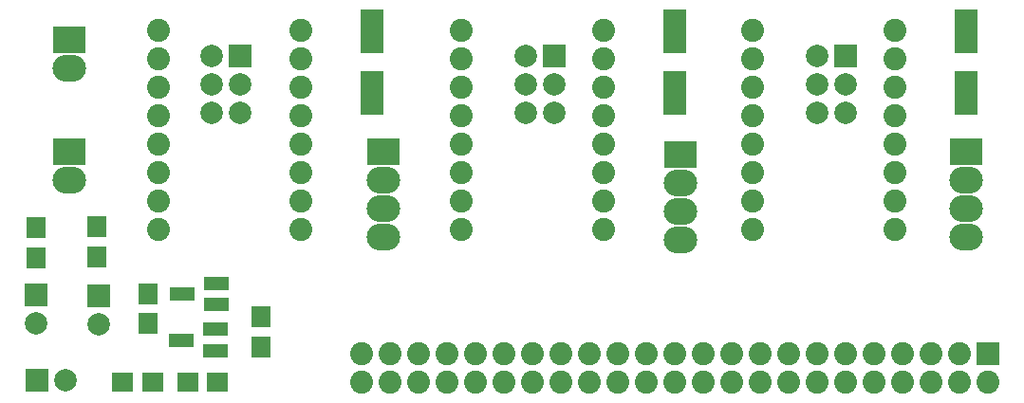
<source format=gts>
G04 #@! TF.FileFunction,Soldermask,Top*
%FSLAX46Y46*%
G04 Gerber Fmt 4.6, Leading zero omitted, Abs format (unit mm)*
G04 Created by KiCad (PCBNEW 4.0.2-stable) date 6/28/2016 8:29:36 AM*
%MOMM*%
G01*
G04 APERTURE LIST*
%ADD10C,0.100000*%
%ADD11R,2.000200X3.999180*%
%ADD12R,3.000000X2.400000*%
%ADD13O,3.000000X2.400000*%
%ADD14R,2.000000X2.000000*%
%ADD15C,2.000000*%
%ADD16R,2.200860X1.200100*%
%ADD17R,1.900000X1.700000*%
%ADD18R,1.700000X1.900000*%
%ADD19R,2.051000X2.051000*%
%ADD20C,2.051000*%
G04 APERTURE END LIST*
D10*
D11*
X113000000Y-99249180D03*
X113000000Y-104750820D03*
X140000000Y-99249180D03*
X140000000Y-104750820D03*
X166000000Y-99249180D03*
X166000000Y-104750820D03*
D12*
X166000000Y-110000000D03*
D13*
X166000000Y-112540000D03*
X166000000Y-115080000D03*
X166000000Y-117620000D03*
D12*
X140500000Y-110200000D03*
D13*
X140500000Y-112740000D03*
X140500000Y-115280000D03*
X140500000Y-117820000D03*
D12*
X114000000Y-110000000D03*
D13*
X114000000Y-112540000D03*
X114000000Y-115080000D03*
X114000000Y-117620000D03*
D12*
X86000000Y-100000000D03*
D13*
X86000000Y-102540000D03*
D14*
X155270000Y-101460000D03*
D15*
X152730000Y-101460000D03*
X155270000Y-104000000D03*
X152730000Y-104000000D03*
X155270000Y-106540000D03*
X152730000Y-106540000D03*
D14*
X129270000Y-101460000D03*
D15*
X126730000Y-101460000D03*
X129270000Y-104000000D03*
X126730000Y-104000000D03*
X129270000Y-106540000D03*
X126730000Y-106540000D03*
D14*
X101270000Y-101460000D03*
D15*
X98730000Y-101460000D03*
X101270000Y-104000000D03*
X98730000Y-104000000D03*
X101270000Y-106540000D03*
X98730000Y-106540000D03*
D14*
X88600000Y-122830000D03*
D15*
X88600000Y-125370000D03*
D14*
X83000000Y-122730000D03*
D15*
X83000000Y-125270000D03*
D16*
X99001140Y-127750000D03*
X99001140Y-125850000D03*
X95998860Y-126800000D03*
X99101140Y-123650000D03*
X99101140Y-121750000D03*
X96098860Y-122700000D03*
D17*
X99250000Y-130600000D03*
X96550000Y-130600000D03*
D18*
X88500000Y-116650000D03*
X88500000Y-119350000D03*
X93000000Y-122650000D03*
X93000000Y-125350000D03*
X103100000Y-127450000D03*
X103100000Y-124750000D03*
D17*
X93450000Y-130600000D03*
X90750000Y-130600000D03*
D18*
X83000000Y-116750000D03*
X83000000Y-119450000D03*
D12*
X86000000Y-110000000D03*
D13*
X86000000Y-112540000D03*
D19*
X168000000Y-128000000D03*
D20*
X168000000Y-130540000D03*
X165460000Y-128000000D03*
X165460000Y-130540000D03*
X162920000Y-128000000D03*
X162920000Y-130540000D03*
X160380000Y-128000000D03*
X160380000Y-130540000D03*
X157840000Y-128000000D03*
X157840000Y-130540000D03*
X155300000Y-128000000D03*
X155300000Y-130540000D03*
X152760000Y-128000000D03*
X152760000Y-130540000D03*
X150220000Y-128000000D03*
X150220000Y-130540000D03*
X147680000Y-128000000D03*
X147680000Y-130540000D03*
X145140000Y-128000000D03*
X145140000Y-130540000D03*
X142600000Y-128000000D03*
X142600000Y-130540000D03*
X140060000Y-128000000D03*
X140060000Y-130540000D03*
X137520000Y-128000000D03*
X137520000Y-130540000D03*
X134980000Y-128000000D03*
X134980000Y-130540000D03*
X132440000Y-128000000D03*
X132440000Y-130540000D03*
X129900000Y-128000000D03*
X129900000Y-130540000D03*
X127360000Y-128000000D03*
X127360000Y-130540000D03*
X124820000Y-128000000D03*
X124820000Y-130540000D03*
X122280000Y-128000000D03*
X122280000Y-130540000D03*
X119740000Y-128000000D03*
X119740000Y-130540000D03*
X117200000Y-128000000D03*
X117200000Y-130540000D03*
X114660000Y-128000000D03*
X114660000Y-130540000D03*
X112120000Y-128000000D03*
X112120000Y-130540000D03*
X147000000Y-99110000D03*
X147000000Y-101650000D03*
X147000000Y-104190000D03*
X147000000Y-106730000D03*
X147000000Y-109270000D03*
X147000000Y-111810000D03*
X147000000Y-114350000D03*
X147000000Y-116890000D03*
X159700000Y-116890000D03*
X159700000Y-114350000D03*
X159700000Y-111810000D03*
X159700000Y-109270000D03*
X159700000Y-106730000D03*
X159700000Y-104190000D03*
X159700000Y-101650000D03*
X159700000Y-99110000D03*
X121000000Y-99110000D03*
X121000000Y-101650000D03*
X121000000Y-104190000D03*
X121000000Y-106730000D03*
X121000000Y-109270000D03*
X121000000Y-111810000D03*
X121000000Y-114350000D03*
X121000000Y-116890000D03*
X133700000Y-116890000D03*
X133700000Y-114350000D03*
X133700000Y-111810000D03*
X133700000Y-109270000D03*
X133700000Y-106730000D03*
X133700000Y-104190000D03*
X133700000Y-101650000D03*
X133700000Y-99110000D03*
X94000000Y-99110000D03*
X94000000Y-101650000D03*
X94000000Y-104190000D03*
X94000000Y-106730000D03*
X94000000Y-109270000D03*
X94000000Y-111810000D03*
X94000000Y-114350000D03*
X94000000Y-116890000D03*
X106700000Y-116890000D03*
X106700000Y-114350000D03*
X106700000Y-111810000D03*
X106700000Y-109270000D03*
X106700000Y-106730000D03*
X106700000Y-104190000D03*
X106700000Y-101650000D03*
X106700000Y-99110000D03*
D14*
X83130000Y-130400000D03*
D15*
X85670000Y-130400000D03*
M02*

</source>
